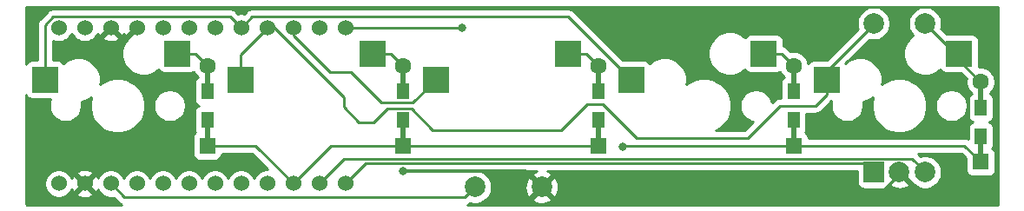
<source format=gbl>
%TF.GenerationSoftware,KiCad,Pcbnew,(5.1.10)-1*%
%TF.CreationDate,2021-09-25T16:03:37+01:00*%
%TF.ProjectId,piccolo-mini,70696363-6f6c-46f2-9d6d-696e692e6b69,rev?*%
%TF.SameCoordinates,Original*%
%TF.FileFunction,Copper,L2,Bot*%
%TF.FilePolarity,Positive*%
%FSLAX46Y46*%
G04 Gerber Fmt 4.6, Leading zero omitted, Abs format (unit mm)*
G04 Created by KiCad (PCBNEW (5.1.10)-1) date 2021-09-25 16:03:37*
%MOMM*%
%LPD*%
G01*
G04 APERTURE LIST*
%TA.AperFunction,ComponentPad*%
%ADD10C,1.524000*%
%TD*%
%TA.AperFunction,ComponentPad*%
%ADD11R,2.000000X2.000000*%
%TD*%
%TA.AperFunction,ComponentPad*%
%ADD12C,2.000000*%
%TD*%
%TA.AperFunction,SMDPad,CuDef*%
%ADD13R,2.550000X2.500000*%
%TD*%
%TA.AperFunction,ComponentPad*%
%ADD14R,1.600000X1.600000*%
%TD*%
%TA.AperFunction,ComponentPad*%
%ADD15C,1.600000*%
%TD*%
%TA.AperFunction,SMDPad,CuDef*%
%ADD16R,0.500000X2.900000*%
%TD*%
%TA.AperFunction,SMDPad,CuDef*%
%ADD17R,1.200000X1.600000*%
%TD*%
%TA.AperFunction,ViaPad*%
%ADD18C,0.800000*%
%TD*%
%TA.AperFunction,Conductor*%
%ADD19C,0.250000*%
%TD*%
%TA.AperFunction,Conductor*%
%ADD20C,0.380000*%
%TD*%
%TA.AperFunction,Conductor*%
%ADD21C,0.254000*%
%TD*%
%TA.AperFunction,Conductor*%
%ADD22C,0.100000*%
%TD*%
G04 APERTURE END LIST*
D10*
%TO.P,U1,24*%
%TO.N,Net-(U1-Pad24)*%
X137953750Y-96381600D03*
%TO.P,U1,23*%
%TO.N,GND*%
X140493750Y-96381600D03*
%TO.P,U1,22*%
%TO.N,Reset*%
X143033750Y-96381600D03*
%TO.P,U1,21*%
%TO.N,VCC*%
X145573750Y-96381600D03*
%TO.P,U1,20*%
%TO.N,Net-(U1-Pad20)*%
X148113750Y-96381600D03*
%TO.P,U1,19*%
%TO.N,Net-(U1-Pad19)*%
X150653750Y-96381600D03*
%TO.P,U1,18*%
%TO.N,Net-(U1-Pad18)*%
X153193750Y-96381600D03*
%TO.P,U1,17*%
%TO.N,Net-(U1-Pad17)*%
X155733750Y-96381600D03*
%TO.P,U1,16*%
%TO.N,Net-(U1-Pad16)*%
X158273750Y-96381600D03*
%TO.P,U1,15*%
%TO.N,row0*%
X160813750Y-96381600D03*
%TO.P,U1,14*%
%TO.N,EncoderB*%
X163353750Y-96381600D03*
%TO.P,U1,13*%
%TO.N,EncoderA*%
X165893750Y-96381600D03*
%TO.P,U1,12*%
%TO.N,row1*%
X165893750Y-81161600D03*
%TO.P,U1,11*%
%TO.N,Net-(U1-Pad11)*%
X163353750Y-81161600D03*
%TO.P,U1,10*%
%TO.N,col2*%
X160813750Y-81161600D03*
%TO.P,U1,9*%
%TO.N,col1*%
X158273750Y-81161600D03*
%TO.P,U1,8*%
%TO.N,col0*%
X155733750Y-81161600D03*
%TO.P,U1,7*%
%TO.N,Net-(U1-Pad7)*%
X153193750Y-81161600D03*
%TO.P,U1,6*%
%TO.N,Net-(U1-Pad6)*%
X150653750Y-81161600D03*
%TO.P,U1,5*%
%TO.N,Net-(U1-Pad5)*%
X148113750Y-81161600D03*
%TO.P,U1,4*%
%TO.N,GND*%
X145573750Y-81161600D03*
%TO.P,U1,3*%
X143033750Y-81161600D03*
%TO.P,U1,2*%
%TO.N,Net-(U1-Pad2)*%
X140493750Y-81161600D03*
%TO.P,U1,1*%
%TO.N,Net-(U1-Pad1)*%
X137953750Y-81161600D03*
%TD*%
D11*
%TO.P,SW2,A*%
%TO.N,EncoderA*%
X217400500Y-95257000D03*
D12*
%TO.P,SW2,C*%
%TO.N,GND*%
X219900500Y-95257000D03*
%TO.P,SW2,B*%
%TO.N,EncoderB*%
X222400500Y-95257000D03*
%TO.P,SW2,S2*%
%TO.N,col1*%
X217400500Y-80757000D03*
%TO.P,SW2,S1*%
%TO.N,Net-(D5-Pad2)*%
X222400500Y-80757000D03*
%TD*%
%TO.P,SW1,2*%
%TO.N,GND*%
X185050500Y-96710500D03*
%TO.P,SW1,1*%
%TO.N,Reset*%
X178550500Y-96710500D03*
%TD*%
D13*
%TO.P,MX5,2*%
%TO.N,Net-(D5-Pad2)*%
X225742500Y-83693000D03*
%TO.P,MX5,1*%
%TO.N,col1*%
X212815500Y-86233000D03*
%TD*%
%TO.P,MX4,2*%
%TO.N,Net-(D4-Pad2)*%
X206692500Y-83693000D03*
%TO.P,MX4,1*%
%TO.N,col0*%
X193765500Y-86233000D03*
%TD*%
%TO.P,MX3,2*%
%TO.N,Net-(D3-Pad2)*%
X187642500Y-83693000D03*
%TO.P,MX3,1*%
%TO.N,col2*%
X174715500Y-86233000D03*
%TD*%
%TO.P,MX2,2*%
%TO.N,Net-(D2-Pad2)*%
X168592500Y-83693000D03*
%TO.P,MX2,1*%
%TO.N,col1*%
X155665500Y-86233000D03*
%TD*%
%TO.P,MX1,2*%
%TO.N,Net-(D1-Pad2)*%
X149542500Y-83693000D03*
%TO.P,MX1,1*%
%TO.N,col0*%
X136615500Y-86233000D03*
%TD*%
D14*
%TO.P,D5,1*%
%TO.N,row1*%
X227838000Y-94260500D03*
D15*
%TO.P,D5,2*%
%TO.N,Net-(D5-Pad2)*%
X227838000Y-86460500D03*
D16*
%TO.P,D5,1*%
%TO.N,row1*%
X227838000Y-92860500D03*
D17*
X227838000Y-91760500D03*
%TO.P,D5,2*%
%TO.N,Net-(D5-Pad2)*%
X227838000Y-88960500D03*
D16*
X227838000Y-87860500D03*
%TD*%
D14*
%TO.P,D4,1*%
%TO.N,row1*%
X209581750Y-92673000D03*
D15*
%TO.P,D4,2*%
%TO.N,Net-(D4-Pad2)*%
X209581750Y-84873000D03*
D16*
%TO.P,D4,1*%
%TO.N,row1*%
X209581750Y-91273000D03*
D17*
X209581750Y-90173000D03*
%TO.P,D4,2*%
%TO.N,Net-(D4-Pad2)*%
X209581750Y-87373000D03*
D16*
X209581750Y-86273000D03*
%TD*%
D14*
%TO.P,D3,1*%
%TO.N,row0*%
X190531750Y-92673000D03*
D15*
%TO.P,D3,2*%
%TO.N,Net-(D3-Pad2)*%
X190531750Y-84873000D03*
D16*
%TO.P,D3,1*%
%TO.N,row0*%
X190531750Y-91273000D03*
D17*
X190531750Y-90173000D03*
%TO.P,D3,2*%
%TO.N,Net-(D3-Pad2)*%
X190531750Y-87373000D03*
D16*
X190531750Y-86273000D03*
%TD*%
D14*
%TO.P,D2,1*%
%TO.N,row0*%
X171481750Y-92673000D03*
D15*
%TO.P,D2,2*%
%TO.N,Net-(D2-Pad2)*%
X171481750Y-84873000D03*
D16*
%TO.P,D2,1*%
%TO.N,row0*%
X171481750Y-91273000D03*
D17*
X171481750Y-90173000D03*
%TO.P,D2,2*%
%TO.N,Net-(D2-Pad2)*%
X171481750Y-87373000D03*
D16*
X171481750Y-86273000D03*
%TD*%
D14*
%TO.P,D1,1*%
%TO.N,row0*%
X152431750Y-92673000D03*
D15*
%TO.P,D1,2*%
%TO.N,Net-(D1-Pad2)*%
X152431750Y-84873000D03*
D16*
%TO.P,D1,1*%
%TO.N,row0*%
X152431750Y-91273000D03*
D17*
X152431750Y-90173000D03*
%TO.P,D1,2*%
%TO.N,Net-(D1-Pad2)*%
X152431750Y-87373000D03*
D16*
X152431750Y-86273000D03*
%TD*%
D18*
%TO.N,row1*%
X192913000Y-92741750D03*
X177292000Y-81153000D03*
%TO.N,GND*%
X171481750Y-95123000D03*
%TD*%
D19*
%TO.N,Net-(D1-Pad2)*%
X151251750Y-83693000D02*
X152431750Y-84873000D01*
X149542500Y-83693000D02*
X151251750Y-83693000D01*
%TO.N,row0*%
X171481750Y-92673000D02*
X190531750Y-92673000D01*
X157105150Y-92673000D02*
X152431750Y-92673000D01*
X160813750Y-96381600D02*
X157105150Y-92673000D01*
X164522350Y-92673000D02*
X160813750Y-96381600D01*
X171481750Y-92673000D02*
X164522350Y-92673000D01*
%TO.N,Net-(D2-Pad2)*%
X170301750Y-83693000D02*
X171481750Y-84873000D01*
X168592500Y-83693000D02*
X170301750Y-83693000D01*
%TO.N,Net-(D3-Pad2)*%
X189351750Y-83693000D02*
X190531750Y-84873000D01*
X187642500Y-83693000D02*
X189351750Y-83693000D01*
%TO.N,Net-(D4-Pad2)*%
X208401750Y-83693000D02*
X209581750Y-84873000D01*
X206692500Y-83693000D02*
X208401750Y-83693000D01*
%TO.N,row1*%
X226250500Y-92673000D02*
X227838000Y-94260500D01*
X209581750Y-92673000D02*
X226250500Y-92673000D01*
X192981750Y-92673000D02*
X192913000Y-92741750D01*
X209581750Y-92673000D02*
X192981750Y-92673000D01*
X165902350Y-81153000D02*
X165893750Y-81161600D01*
X177292000Y-81153000D02*
X165902350Y-81153000D01*
%TO.N,Net-(D5-Pad2)*%
X225742500Y-84365000D02*
X225742500Y-83693000D01*
X227838000Y-86460500D02*
X225742500Y-84365000D01*
X225336500Y-83693000D02*
X225742500Y-83693000D01*
X222400500Y-80757000D02*
X225336500Y-83693000D01*
%TO.N,col0*%
X156820751Y-80074599D02*
X155733750Y-81161600D01*
X187607099Y-80074599D02*
X156820751Y-80074599D01*
X193765500Y-86233000D02*
X187607099Y-80074599D01*
X154646749Y-80074599D02*
X155733750Y-81161600D01*
X137431989Y-80074599D02*
X154646749Y-80074599D01*
X136615500Y-80891088D02*
X137431989Y-80074599D01*
X136615500Y-86233000D02*
X136615500Y-80891088D01*
%TO.N,col1*%
X155665500Y-83769850D02*
X158273750Y-81161600D01*
X155665500Y-86233000D02*
X155665500Y-83769850D01*
X158960351Y-81161600D02*
X158273750Y-81161600D01*
X165735000Y-87936249D02*
X158960351Y-81161600D01*
X165735000Y-88922751D02*
X165735000Y-87936249D01*
X167236249Y-90424000D02*
X165735000Y-88922751D01*
X186941250Y-91148001D02*
X174441753Y-91148001D01*
X212815500Y-87733000D02*
X211775500Y-88773000D01*
X169991252Y-89047999D02*
X168615251Y-90424000D01*
X172341751Y-89047999D02*
X169991252Y-89047999D01*
X208280000Y-88773000D02*
X205105000Y-91948000D01*
X190989752Y-88646000D02*
X189443251Y-88646000D01*
X205105000Y-91948000D02*
X194291752Y-91948000D01*
X211775500Y-88773000D02*
X208280000Y-88773000D01*
X189443251Y-88646000D02*
X186941250Y-91148001D01*
X194291752Y-91948000D02*
X190989752Y-88646000D01*
X212815500Y-86233000D02*
X212815500Y-87733000D01*
X174441753Y-91148001D02*
X172341751Y-89047999D01*
X168615251Y-90424000D02*
X167236249Y-90424000D01*
X212815500Y-85405500D02*
X212815500Y-86233000D01*
X217464000Y-80757000D02*
X212815500Y-85405500D01*
%TO.N,col2*%
X160813750Y-81917252D02*
X160813750Y-81161600D01*
X164414499Y-85518001D02*
X160813750Y-81917252D01*
X166462503Y-85518001D02*
X164414499Y-85518001D01*
X169442503Y-88498001D02*
X166462503Y-85518001D01*
X172450499Y-88498001D02*
X169442503Y-88498001D01*
X174715500Y-86233000D02*
X172450499Y-88498001D01*
D20*
%TO.N,GND*%
X219964000Y-95459002D02*
X219964000Y-95257000D01*
X217918752Y-97504250D02*
X219964000Y-95459002D01*
X183463000Y-95123000D02*
X185050500Y-96710500D01*
X171481750Y-95123000D02*
X183463000Y-95123000D01*
D19*
%TO.N,Reset*%
X177550501Y-97710499D02*
X178550500Y-96710500D01*
X144362649Y-97710499D02*
X177550501Y-97710499D01*
X143033750Y-96381600D02*
X144362649Y-97710499D01*
%TO.N,EncoderA*%
X167877351Y-94397999D02*
X165893750Y-96381600D01*
X216604999Y-94397999D02*
X167877351Y-94397999D01*
X217464000Y-95257000D02*
X216604999Y-94397999D01*
%TO.N,EncoderB*%
X221138999Y-93931999D02*
X222464000Y-95257000D01*
X165803351Y-93931999D02*
X221138999Y-93931999D01*
X163353750Y-96381600D02*
X165803351Y-93931999D01*
%TD*%
D21*
%TO.N,GND*%
X229450862Y-79119902D02*
X229475263Y-79127269D01*
X229497765Y-79139233D01*
X229517514Y-79155341D01*
X229533759Y-79174977D01*
X229545883Y-79197401D01*
X229553418Y-79221742D01*
X229559251Y-79277235D01*
X229559250Y-98265721D01*
X229553598Y-98323364D01*
X229546232Y-98347760D01*
X229534266Y-98370266D01*
X229518159Y-98390014D01*
X229498523Y-98406259D01*
X229476099Y-98418383D01*
X229451758Y-98425918D01*
X229396275Y-98431750D01*
X177790975Y-98431750D01*
X177842748Y-98416045D01*
X177974777Y-98345473D01*
X178058779Y-98276534D01*
X178073588Y-98282668D01*
X178389467Y-98345500D01*
X178711533Y-98345500D01*
X179027412Y-98282668D01*
X179324963Y-98159418D01*
X179592752Y-97980487D01*
X179727326Y-97845913D01*
X184094692Y-97845913D01*
X184190456Y-98110314D01*
X184480071Y-98251204D01*
X184791608Y-98332884D01*
X185113095Y-98352218D01*
X185432175Y-98308461D01*
X185736588Y-98203295D01*
X185910544Y-98110314D01*
X186006308Y-97845913D01*
X185050500Y-96890105D01*
X184094692Y-97845913D01*
X179727326Y-97845913D01*
X179820487Y-97752752D01*
X179999418Y-97484963D01*
X180122668Y-97187412D01*
X180185500Y-96871533D01*
X180185500Y-96773095D01*
X183408782Y-96773095D01*
X183452539Y-97092175D01*
X183557705Y-97396588D01*
X183650686Y-97570544D01*
X183915087Y-97666308D01*
X184870895Y-96710500D01*
X185230105Y-96710500D01*
X186185913Y-97666308D01*
X186450314Y-97570544D01*
X186591204Y-97280929D01*
X186672884Y-96969392D01*
X186692218Y-96647905D01*
X186648461Y-96328825D01*
X186543295Y-96024412D01*
X186450314Y-95850456D01*
X186185913Y-95754692D01*
X185230105Y-96710500D01*
X184870895Y-96710500D01*
X183915087Y-95754692D01*
X183650686Y-95850456D01*
X183509796Y-96140071D01*
X183428116Y-96451608D01*
X183408782Y-96773095D01*
X180185500Y-96773095D01*
X180185500Y-96549467D01*
X180122668Y-96233588D01*
X179999418Y-95936037D01*
X179820487Y-95668248D01*
X179592752Y-95440513D01*
X179324963Y-95261582D01*
X179074892Y-95157999D01*
X184537237Y-95157999D01*
X184364412Y-95217705D01*
X184190456Y-95310686D01*
X184094692Y-95575087D01*
X185050500Y-96530895D01*
X186006308Y-95575087D01*
X185910544Y-95310686D01*
X185620929Y-95169796D01*
X185575934Y-95157999D01*
X215762428Y-95157999D01*
X215762428Y-96257000D01*
X215774688Y-96381482D01*
X215810998Y-96501180D01*
X215869963Y-96611494D01*
X215949315Y-96708185D01*
X216046006Y-96787537D01*
X216156320Y-96846502D01*
X216276018Y-96882812D01*
X216400500Y-96895072D01*
X218400500Y-96895072D01*
X218524982Y-96882812D01*
X218644680Y-96846502D01*
X218754994Y-96787537D01*
X218851685Y-96708185D01*
X218931037Y-96611494D01*
X218986476Y-96507777D01*
X219040456Y-96656814D01*
X219330071Y-96797704D01*
X219641608Y-96879384D01*
X219963095Y-96898718D01*
X220282175Y-96854961D01*
X220586588Y-96749795D01*
X220760544Y-96656814D01*
X220856308Y-96392413D01*
X219900500Y-95436605D01*
X219886358Y-95450748D01*
X219706753Y-95271143D01*
X219720895Y-95257000D01*
X219706753Y-95242858D01*
X219886358Y-95063253D01*
X219900500Y-95077395D01*
X219914643Y-95063253D01*
X220094248Y-95242858D01*
X220080105Y-95257000D01*
X221035913Y-96212808D01*
X221065575Y-96202065D01*
X221130513Y-96299252D01*
X221358248Y-96526987D01*
X221626037Y-96705918D01*
X221923588Y-96829168D01*
X222239467Y-96892000D01*
X222561533Y-96892000D01*
X222877412Y-96829168D01*
X223174963Y-96705918D01*
X223442752Y-96526987D01*
X223670487Y-96299252D01*
X223849418Y-96031463D01*
X223972668Y-95733912D01*
X224035500Y-95418033D01*
X224035500Y-95095967D01*
X223972668Y-94780088D01*
X223849418Y-94482537D01*
X223670487Y-94214748D01*
X223442752Y-93987013D01*
X223174963Y-93808082D01*
X222877412Y-93684832D01*
X222561533Y-93622000D01*
X222239467Y-93622000D01*
X221959492Y-93677690D01*
X221714801Y-93433000D01*
X225935699Y-93433000D01*
X226399928Y-93897229D01*
X226399928Y-95060500D01*
X226412188Y-95184982D01*
X226448498Y-95304680D01*
X226507463Y-95414994D01*
X226586815Y-95511685D01*
X226683506Y-95591037D01*
X226793820Y-95650002D01*
X226913518Y-95686312D01*
X227038000Y-95698572D01*
X228638000Y-95698572D01*
X228762482Y-95686312D01*
X228882180Y-95650002D01*
X228992494Y-95591037D01*
X229089185Y-95511685D01*
X229168537Y-95414994D01*
X229227502Y-95304680D01*
X229263812Y-95184982D01*
X229276072Y-95060500D01*
X229276072Y-93460500D01*
X229263812Y-93336018D01*
X229227502Y-93216320D01*
X229168537Y-93106006D01*
X229089185Y-93009315D01*
X228992494Y-92929963D01*
X228967303Y-92916498D01*
X228968537Y-92914994D01*
X229027502Y-92804680D01*
X229063812Y-92684982D01*
X229076072Y-92560500D01*
X229076072Y-90960500D01*
X229063812Y-90836018D01*
X229027502Y-90716320D01*
X228968537Y-90606006D01*
X228889185Y-90509315D01*
X228792494Y-90429963D01*
X228682180Y-90370998D01*
X228647573Y-90360500D01*
X228682180Y-90350002D01*
X228792494Y-90291037D01*
X228889185Y-90211685D01*
X228968537Y-90114994D01*
X229027502Y-90004680D01*
X229063812Y-89884982D01*
X229076072Y-89760500D01*
X229076072Y-88160500D01*
X229063812Y-88036018D01*
X229027502Y-87916320D01*
X228968537Y-87806006D01*
X228889185Y-87709315D01*
X228792494Y-87629963D01*
X228726072Y-87594459D01*
X228726072Y-87592969D01*
X228752759Y-87575137D01*
X228952637Y-87375259D01*
X229109680Y-87140227D01*
X229217853Y-86879074D01*
X229273000Y-86601835D01*
X229273000Y-86319165D01*
X229217853Y-86041926D01*
X229109680Y-85780773D01*
X228952637Y-85545741D01*
X228752759Y-85345863D01*
X228517727Y-85188820D01*
X228256574Y-85080647D01*
X227979335Y-85025500D01*
X227696665Y-85025500D01*
X227646463Y-85035486D01*
X227655572Y-84943000D01*
X227655572Y-82443000D01*
X227643312Y-82318518D01*
X227607002Y-82198820D01*
X227548037Y-82088506D01*
X227468685Y-81991815D01*
X227371994Y-81912463D01*
X227261680Y-81853498D01*
X227141982Y-81817188D01*
X227017500Y-81804928D01*
X224523230Y-81804928D01*
X223966677Y-81248376D01*
X223972668Y-81233912D01*
X224035500Y-80918033D01*
X224035500Y-80595967D01*
X223972668Y-80280088D01*
X223849418Y-79982537D01*
X223670487Y-79714748D01*
X223442752Y-79487013D01*
X223174963Y-79308082D01*
X222877412Y-79184832D01*
X222561533Y-79122000D01*
X222239467Y-79122000D01*
X221923588Y-79184832D01*
X221626037Y-79308082D01*
X221358248Y-79487013D01*
X221130513Y-79714748D01*
X220951582Y-79982537D01*
X220828332Y-80280088D01*
X220765500Y-80595967D01*
X220765500Y-80918033D01*
X220828332Y-81233912D01*
X220951582Y-81531463D01*
X221130513Y-81799252D01*
X221251190Y-81919929D01*
X221079517Y-82034637D01*
X220782137Y-82332017D01*
X220548488Y-82681698D01*
X220387547Y-83070244D01*
X220305500Y-83482721D01*
X220305500Y-83903279D01*
X220387547Y-84315756D01*
X220548488Y-84704302D01*
X220782137Y-85053983D01*
X221079517Y-85351363D01*
X221429198Y-85585012D01*
X221817744Y-85745953D01*
X222230221Y-85828000D01*
X222650779Y-85828000D01*
X223063256Y-85745953D01*
X223451802Y-85585012D01*
X223801483Y-85351363D01*
X223908535Y-85244311D01*
X223936963Y-85297494D01*
X224016315Y-85394185D01*
X224113006Y-85473537D01*
X224223320Y-85532502D01*
X224343018Y-85568812D01*
X224467500Y-85581072D01*
X225883771Y-85581072D01*
X226439312Y-86136614D01*
X226403000Y-86319165D01*
X226403000Y-86601835D01*
X226458147Y-86879074D01*
X226566320Y-87140227D01*
X226723363Y-87375259D01*
X226923241Y-87575137D01*
X226949928Y-87592969D01*
X226949928Y-87594459D01*
X226883506Y-87629963D01*
X226786815Y-87709315D01*
X226707463Y-87806006D01*
X226648498Y-87916320D01*
X226612188Y-88036018D01*
X226599928Y-88160500D01*
X226599928Y-89760500D01*
X226612188Y-89884982D01*
X226648498Y-90004680D01*
X226707463Y-90114994D01*
X226786815Y-90211685D01*
X226883506Y-90291037D01*
X226993820Y-90350002D01*
X227028427Y-90360500D01*
X226993820Y-90370998D01*
X226883506Y-90429963D01*
X226786815Y-90509315D01*
X226707463Y-90606006D01*
X226648498Y-90716320D01*
X226612188Y-90836018D01*
X226599928Y-90960500D01*
X226599928Y-91998018D01*
X226542747Y-91967454D01*
X226399486Y-91923997D01*
X226287833Y-91913000D01*
X226287822Y-91913000D01*
X226250500Y-91909324D01*
X226213178Y-91913000D01*
X211019822Y-91913000D01*
X211019822Y-91873000D01*
X211007562Y-91748518D01*
X210971252Y-91628820D01*
X210912287Y-91518506D01*
X210832935Y-91421815D01*
X210736244Y-91342463D01*
X210711053Y-91328998D01*
X210712287Y-91327494D01*
X210771252Y-91217180D01*
X210807562Y-91097482D01*
X210819822Y-90973000D01*
X210819822Y-89533000D01*
X211738178Y-89533000D01*
X211775500Y-89536676D01*
X211812822Y-89533000D01*
X211812833Y-89533000D01*
X211924486Y-89522003D01*
X212067747Y-89478546D01*
X212199776Y-89407974D01*
X212315501Y-89313001D01*
X212339304Y-89283998D01*
X213292384Y-88330918D01*
X213235500Y-88616891D01*
X213235500Y-88929109D01*
X213296411Y-89235327D01*
X213415891Y-89523779D01*
X213589350Y-89783379D01*
X213810121Y-90004150D01*
X214069721Y-90177609D01*
X214358173Y-90297089D01*
X214664391Y-90358000D01*
X214976609Y-90358000D01*
X215282827Y-90297089D01*
X215571279Y-90177609D01*
X215830879Y-90004150D01*
X216051650Y-89783379D01*
X216225109Y-89523779D01*
X216344589Y-89235327D01*
X216405500Y-88929109D01*
X216405500Y-88616891D01*
X216353891Y-88357435D01*
X216713256Y-88285953D01*
X217101802Y-88125012D01*
X217324248Y-87976378D01*
X217318683Y-87989814D01*
X217215500Y-88508551D01*
X217215500Y-89037449D01*
X217318683Y-89556186D01*
X217521083Y-90044825D01*
X217814924Y-90484588D01*
X218188912Y-90858576D01*
X218628675Y-91152417D01*
X219117314Y-91354817D01*
X219636051Y-91458000D01*
X220164949Y-91458000D01*
X220683686Y-91354817D01*
X221172325Y-91152417D01*
X221612088Y-90858576D01*
X221986076Y-90484588D01*
X222279917Y-90044825D01*
X222482317Y-89556186D01*
X222585500Y-89037449D01*
X222585500Y-88616891D01*
X223395500Y-88616891D01*
X223395500Y-88929109D01*
X223456411Y-89235327D01*
X223575891Y-89523779D01*
X223749350Y-89783379D01*
X223970121Y-90004150D01*
X224229721Y-90177609D01*
X224518173Y-90297089D01*
X224824391Y-90358000D01*
X225136609Y-90358000D01*
X225442827Y-90297089D01*
X225731279Y-90177609D01*
X225990879Y-90004150D01*
X226211650Y-89783379D01*
X226385109Y-89523779D01*
X226504589Y-89235327D01*
X226565500Y-88929109D01*
X226565500Y-88616891D01*
X226504589Y-88310673D01*
X226385109Y-88022221D01*
X226211650Y-87762621D01*
X225990879Y-87541850D01*
X225731279Y-87368391D01*
X225442827Y-87248911D01*
X225136609Y-87188000D01*
X224824391Y-87188000D01*
X224518173Y-87248911D01*
X224229721Y-87368391D01*
X223970121Y-87541850D01*
X223749350Y-87762621D01*
X223575891Y-88022221D01*
X223456411Y-88310673D01*
X223395500Y-88616891D01*
X222585500Y-88616891D01*
X222585500Y-88508551D01*
X222482317Y-87989814D01*
X222279917Y-87501175D01*
X221986076Y-87061412D01*
X221612088Y-86687424D01*
X221172325Y-86393583D01*
X220683686Y-86191183D01*
X220164949Y-86088000D01*
X219636051Y-86088000D01*
X219117314Y-86191183D01*
X218628675Y-86393583D01*
X218188912Y-86687424D01*
X218173963Y-86702373D01*
X218225500Y-86443279D01*
X218225500Y-86022721D01*
X218143453Y-85610244D01*
X217982512Y-85221698D01*
X217748863Y-84872017D01*
X217451483Y-84574637D01*
X217101802Y-84340988D01*
X216713256Y-84180047D01*
X216300779Y-84098000D01*
X215880221Y-84098000D01*
X215467744Y-84180047D01*
X215079198Y-84340988D01*
X214729517Y-84574637D01*
X214640060Y-84664094D01*
X214637150Y-84658651D01*
X216959492Y-82336310D01*
X217239467Y-82392000D01*
X217561533Y-82392000D01*
X217877412Y-82329168D01*
X218174963Y-82205918D01*
X218442752Y-82026987D01*
X218670487Y-81799252D01*
X218849418Y-81531463D01*
X218972668Y-81233912D01*
X219035500Y-80918033D01*
X219035500Y-80595967D01*
X218972668Y-80280088D01*
X218849418Y-79982537D01*
X218670487Y-79714748D01*
X218442752Y-79487013D01*
X218174963Y-79308082D01*
X217877412Y-79184832D01*
X217561533Y-79122000D01*
X217239467Y-79122000D01*
X216923588Y-79184832D01*
X216626037Y-79308082D01*
X216358248Y-79487013D01*
X216130513Y-79714748D01*
X215951582Y-79982537D01*
X215828332Y-80280088D01*
X215765500Y-80595967D01*
X215765500Y-80918033D01*
X215828332Y-81233912D01*
X215852922Y-81293277D01*
X212801271Y-84344928D01*
X211540500Y-84344928D01*
X211416018Y-84357188D01*
X211296320Y-84393498D01*
X211186006Y-84452463D01*
X211089315Y-84531815D01*
X211009963Y-84628506D01*
X210999955Y-84647230D01*
X210961603Y-84454426D01*
X210853430Y-84193273D01*
X210696387Y-83958241D01*
X210496509Y-83758363D01*
X210261477Y-83601320D01*
X210000324Y-83493147D01*
X209723085Y-83438000D01*
X209440415Y-83438000D01*
X209257864Y-83474312D01*
X208965554Y-83182003D01*
X208941751Y-83152999D01*
X208826026Y-83058026D01*
X208693997Y-82987454D01*
X208605572Y-82960631D01*
X208605572Y-82443000D01*
X208593312Y-82318518D01*
X208557002Y-82198820D01*
X208498037Y-82088506D01*
X208418685Y-81991815D01*
X208321994Y-81912463D01*
X208211680Y-81853498D01*
X208091982Y-81817188D01*
X207967500Y-81804928D01*
X205417500Y-81804928D01*
X205293018Y-81817188D01*
X205173320Y-81853498D01*
X205063006Y-81912463D01*
X204966315Y-81991815D01*
X204886963Y-82088506D01*
X204858535Y-82141689D01*
X204751483Y-82034637D01*
X204401802Y-81800988D01*
X204013256Y-81640047D01*
X203600779Y-81558000D01*
X203180221Y-81558000D01*
X202767744Y-81640047D01*
X202379198Y-81800988D01*
X202029517Y-82034637D01*
X201732137Y-82332017D01*
X201498488Y-82681698D01*
X201337547Y-83070244D01*
X201255500Y-83482721D01*
X201255500Y-83903279D01*
X201337547Y-84315756D01*
X201498488Y-84704302D01*
X201732137Y-85053983D01*
X202029517Y-85351363D01*
X202379198Y-85585012D01*
X202767744Y-85745953D01*
X203180221Y-85828000D01*
X203600779Y-85828000D01*
X204013256Y-85745953D01*
X204401802Y-85585012D01*
X204751483Y-85351363D01*
X204858535Y-85244311D01*
X204886963Y-85297494D01*
X204966315Y-85394185D01*
X205063006Y-85473537D01*
X205173320Y-85532502D01*
X205293018Y-85568812D01*
X205417500Y-85581072D01*
X207967500Y-85581072D01*
X208091982Y-85568812D01*
X208211680Y-85532502D01*
X208285376Y-85493110D01*
X208310070Y-85552727D01*
X208467113Y-85787759D01*
X208666991Y-85987637D01*
X208693678Y-86005469D01*
X208693678Y-86006959D01*
X208627256Y-86042463D01*
X208530565Y-86121815D01*
X208451213Y-86218506D01*
X208392248Y-86328820D01*
X208355938Y-86448518D01*
X208343678Y-86573000D01*
X208343678Y-88013000D01*
X208317322Y-88013000D01*
X208279999Y-88009324D01*
X208242676Y-88013000D01*
X208242667Y-88013000D01*
X208131014Y-88023997D01*
X207987753Y-88067454D01*
X207855723Y-88138026D01*
X207828339Y-88160500D01*
X207739999Y-88232999D01*
X207716201Y-88261997D01*
X207489918Y-88488280D01*
X207454589Y-88310673D01*
X207335109Y-88022221D01*
X207161650Y-87762621D01*
X206940879Y-87541850D01*
X206681279Y-87368391D01*
X206392827Y-87248911D01*
X206086609Y-87188000D01*
X205774391Y-87188000D01*
X205468173Y-87248911D01*
X205179721Y-87368391D01*
X204920121Y-87541850D01*
X204699350Y-87762621D01*
X204525891Y-88022221D01*
X204406411Y-88310673D01*
X204345500Y-88616891D01*
X204345500Y-88929109D01*
X204406411Y-89235327D01*
X204525891Y-89523779D01*
X204699350Y-89783379D01*
X204920121Y-90004150D01*
X205179721Y-90177609D01*
X205468173Y-90297089D01*
X205645781Y-90332418D01*
X204790199Y-91188000D01*
X202036420Y-91188000D01*
X202122325Y-91152417D01*
X202562088Y-90858576D01*
X202936076Y-90484588D01*
X203229917Y-90044825D01*
X203432317Y-89556186D01*
X203535500Y-89037449D01*
X203535500Y-88508551D01*
X203432317Y-87989814D01*
X203229917Y-87501175D01*
X202936076Y-87061412D01*
X202562088Y-86687424D01*
X202122325Y-86393583D01*
X201633686Y-86191183D01*
X201114949Y-86088000D01*
X200586051Y-86088000D01*
X200067314Y-86191183D01*
X199578675Y-86393583D01*
X199138912Y-86687424D01*
X199123963Y-86702373D01*
X199175500Y-86443279D01*
X199175500Y-86022721D01*
X199093453Y-85610244D01*
X198932512Y-85221698D01*
X198698863Y-84872017D01*
X198401483Y-84574637D01*
X198051802Y-84340988D01*
X197663256Y-84180047D01*
X197250779Y-84098000D01*
X196830221Y-84098000D01*
X196417744Y-84180047D01*
X196029198Y-84340988D01*
X195679517Y-84574637D01*
X195590060Y-84664094D01*
X195571037Y-84628506D01*
X195491685Y-84531815D01*
X195394994Y-84452463D01*
X195284680Y-84393498D01*
X195164982Y-84357188D01*
X195040500Y-84344928D01*
X192952230Y-84344928D01*
X188170903Y-79563602D01*
X188147100Y-79534598D01*
X188031375Y-79439625D01*
X187899346Y-79369053D01*
X187756085Y-79325596D01*
X187644432Y-79314599D01*
X187644421Y-79314599D01*
X187607099Y-79310923D01*
X187569777Y-79314599D01*
X156858084Y-79314599D01*
X156820751Y-79310922D01*
X156783418Y-79314599D01*
X156671765Y-79325596D01*
X156528504Y-79369053D01*
X156396475Y-79439625D01*
X156280750Y-79534598D01*
X156256952Y-79563596D01*
X156025320Y-79795228D01*
X155871342Y-79764600D01*
X155596158Y-79764600D01*
X155442179Y-79795228D01*
X155210553Y-79563601D01*
X155186750Y-79534598D01*
X155071025Y-79439625D01*
X154938996Y-79369053D01*
X154795735Y-79325596D01*
X154684082Y-79314599D01*
X154684071Y-79314599D01*
X154646749Y-79310923D01*
X154609427Y-79314599D01*
X137469312Y-79314599D01*
X137431989Y-79310923D01*
X137394666Y-79314599D01*
X137394656Y-79314599D01*
X137283003Y-79325596D01*
X137139742Y-79369053D01*
X137007713Y-79439625D01*
X136891988Y-79534598D01*
X136868190Y-79563597D01*
X136104498Y-80327289D01*
X136075500Y-80351087D01*
X136051702Y-80380085D01*
X136051701Y-80380086D01*
X135980526Y-80466812D01*
X135909954Y-80598842D01*
X135881803Y-80691648D01*
X135867948Y-80737324D01*
X135866498Y-80742103D01*
X135851824Y-80891088D01*
X135855501Y-80928420D01*
X135855500Y-84344928D01*
X135340500Y-84344928D01*
X135216018Y-84357188D01*
X135096320Y-84393498D01*
X134986006Y-84452463D01*
X134889315Y-84531815D01*
X134809963Y-84628506D01*
X134750998Y-84738820D01*
X134740250Y-84774251D01*
X134740250Y-79280279D01*
X134745902Y-79222638D01*
X134753269Y-79198237D01*
X134765233Y-79175735D01*
X134781341Y-79155986D01*
X134800977Y-79139741D01*
X134823401Y-79127617D01*
X134847742Y-79120082D01*
X134903226Y-79114250D01*
X229393221Y-79114250D01*
X229450862Y-79119902D01*
%TA.AperFunction,Conductor*%
D22*
G36*
X229450862Y-79119902D02*
G01*
X229475263Y-79127269D01*
X229497765Y-79139233D01*
X229517514Y-79155341D01*
X229533759Y-79174977D01*
X229545883Y-79197401D01*
X229553418Y-79221742D01*
X229559251Y-79277235D01*
X229559250Y-98265721D01*
X229553598Y-98323364D01*
X229546232Y-98347760D01*
X229534266Y-98370266D01*
X229518159Y-98390014D01*
X229498523Y-98406259D01*
X229476099Y-98418383D01*
X229451758Y-98425918D01*
X229396275Y-98431750D01*
X177790975Y-98431750D01*
X177842748Y-98416045D01*
X177974777Y-98345473D01*
X178058779Y-98276534D01*
X178073588Y-98282668D01*
X178389467Y-98345500D01*
X178711533Y-98345500D01*
X179027412Y-98282668D01*
X179324963Y-98159418D01*
X179592752Y-97980487D01*
X179727326Y-97845913D01*
X184094692Y-97845913D01*
X184190456Y-98110314D01*
X184480071Y-98251204D01*
X184791608Y-98332884D01*
X185113095Y-98352218D01*
X185432175Y-98308461D01*
X185736588Y-98203295D01*
X185910544Y-98110314D01*
X186006308Y-97845913D01*
X185050500Y-96890105D01*
X184094692Y-97845913D01*
X179727326Y-97845913D01*
X179820487Y-97752752D01*
X179999418Y-97484963D01*
X180122668Y-97187412D01*
X180185500Y-96871533D01*
X180185500Y-96773095D01*
X183408782Y-96773095D01*
X183452539Y-97092175D01*
X183557705Y-97396588D01*
X183650686Y-97570544D01*
X183915087Y-97666308D01*
X184870895Y-96710500D01*
X185230105Y-96710500D01*
X186185913Y-97666308D01*
X186450314Y-97570544D01*
X186591204Y-97280929D01*
X186672884Y-96969392D01*
X186692218Y-96647905D01*
X186648461Y-96328825D01*
X186543295Y-96024412D01*
X186450314Y-95850456D01*
X186185913Y-95754692D01*
X185230105Y-96710500D01*
X184870895Y-96710500D01*
X183915087Y-95754692D01*
X183650686Y-95850456D01*
X183509796Y-96140071D01*
X183428116Y-96451608D01*
X183408782Y-96773095D01*
X180185500Y-96773095D01*
X180185500Y-96549467D01*
X180122668Y-96233588D01*
X179999418Y-95936037D01*
X179820487Y-95668248D01*
X179592752Y-95440513D01*
X179324963Y-95261582D01*
X179074892Y-95157999D01*
X184537237Y-95157999D01*
X184364412Y-95217705D01*
X184190456Y-95310686D01*
X184094692Y-95575087D01*
X185050500Y-96530895D01*
X186006308Y-95575087D01*
X185910544Y-95310686D01*
X185620929Y-95169796D01*
X185575934Y-95157999D01*
X215762428Y-95157999D01*
X215762428Y-96257000D01*
X215774688Y-96381482D01*
X215810998Y-96501180D01*
X215869963Y-96611494D01*
X215949315Y-96708185D01*
X216046006Y-96787537D01*
X216156320Y-96846502D01*
X216276018Y-96882812D01*
X216400500Y-96895072D01*
X218400500Y-96895072D01*
X218524982Y-96882812D01*
X218644680Y-96846502D01*
X218754994Y-96787537D01*
X218851685Y-96708185D01*
X218931037Y-96611494D01*
X218986476Y-96507777D01*
X219040456Y-96656814D01*
X219330071Y-96797704D01*
X219641608Y-96879384D01*
X219963095Y-96898718D01*
X220282175Y-96854961D01*
X220586588Y-96749795D01*
X220760544Y-96656814D01*
X220856308Y-96392413D01*
X219900500Y-95436605D01*
X219886358Y-95450748D01*
X219706753Y-95271143D01*
X219720895Y-95257000D01*
X219706753Y-95242858D01*
X219886358Y-95063253D01*
X219900500Y-95077395D01*
X219914643Y-95063253D01*
X220094248Y-95242858D01*
X220080105Y-95257000D01*
X221035913Y-96212808D01*
X221065575Y-96202065D01*
X221130513Y-96299252D01*
X221358248Y-96526987D01*
X221626037Y-96705918D01*
X221923588Y-96829168D01*
X222239467Y-96892000D01*
X222561533Y-96892000D01*
X222877412Y-96829168D01*
X223174963Y-96705918D01*
X223442752Y-96526987D01*
X223670487Y-96299252D01*
X223849418Y-96031463D01*
X223972668Y-95733912D01*
X224035500Y-95418033D01*
X224035500Y-95095967D01*
X223972668Y-94780088D01*
X223849418Y-94482537D01*
X223670487Y-94214748D01*
X223442752Y-93987013D01*
X223174963Y-93808082D01*
X222877412Y-93684832D01*
X222561533Y-93622000D01*
X222239467Y-93622000D01*
X221959492Y-93677690D01*
X221714801Y-93433000D01*
X225935699Y-93433000D01*
X226399928Y-93897229D01*
X226399928Y-95060500D01*
X226412188Y-95184982D01*
X226448498Y-95304680D01*
X226507463Y-95414994D01*
X226586815Y-95511685D01*
X226683506Y-95591037D01*
X226793820Y-95650002D01*
X226913518Y-95686312D01*
X227038000Y-95698572D01*
X228638000Y-95698572D01*
X228762482Y-95686312D01*
X228882180Y-95650002D01*
X228992494Y-95591037D01*
X229089185Y-95511685D01*
X229168537Y-95414994D01*
X229227502Y-95304680D01*
X229263812Y-95184982D01*
X229276072Y-95060500D01*
X229276072Y-93460500D01*
X229263812Y-93336018D01*
X229227502Y-93216320D01*
X229168537Y-93106006D01*
X229089185Y-93009315D01*
X228992494Y-92929963D01*
X228967303Y-92916498D01*
X228968537Y-92914994D01*
X229027502Y-92804680D01*
X229063812Y-92684982D01*
X229076072Y-92560500D01*
X229076072Y-90960500D01*
X229063812Y-90836018D01*
X229027502Y-90716320D01*
X228968537Y-90606006D01*
X228889185Y-90509315D01*
X228792494Y-90429963D01*
X228682180Y-90370998D01*
X228647573Y-90360500D01*
X228682180Y-90350002D01*
X228792494Y-90291037D01*
X228889185Y-90211685D01*
X228968537Y-90114994D01*
X229027502Y-90004680D01*
X229063812Y-89884982D01*
X229076072Y-89760500D01*
X229076072Y-88160500D01*
X229063812Y-88036018D01*
X229027502Y-87916320D01*
X228968537Y-87806006D01*
X228889185Y-87709315D01*
X228792494Y-87629963D01*
X228726072Y-87594459D01*
X228726072Y-87592969D01*
X228752759Y-87575137D01*
X228952637Y-87375259D01*
X229109680Y-87140227D01*
X229217853Y-86879074D01*
X229273000Y-86601835D01*
X229273000Y-86319165D01*
X229217853Y-86041926D01*
X229109680Y-85780773D01*
X228952637Y-85545741D01*
X228752759Y-85345863D01*
X228517727Y-85188820D01*
X228256574Y-85080647D01*
X227979335Y-85025500D01*
X227696665Y-85025500D01*
X227646463Y-85035486D01*
X227655572Y-84943000D01*
X227655572Y-82443000D01*
X227643312Y-82318518D01*
X227607002Y-82198820D01*
X227548037Y-82088506D01*
X227468685Y-81991815D01*
X227371994Y-81912463D01*
X227261680Y-81853498D01*
X227141982Y-81817188D01*
X227017500Y-81804928D01*
X224523230Y-81804928D01*
X223966677Y-81248376D01*
X223972668Y-81233912D01*
X224035500Y-80918033D01*
X224035500Y-80595967D01*
X223972668Y-80280088D01*
X223849418Y-79982537D01*
X223670487Y-79714748D01*
X223442752Y-79487013D01*
X223174963Y-79308082D01*
X222877412Y-79184832D01*
X222561533Y-79122000D01*
X222239467Y-79122000D01*
X221923588Y-79184832D01*
X221626037Y-79308082D01*
X221358248Y-79487013D01*
X221130513Y-79714748D01*
X220951582Y-79982537D01*
X220828332Y-80280088D01*
X220765500Y-80595967D01*
X220765500Y-80918033D01*
X220828332Y-81233912D01*
X220951582Y-81531463D01*
X221130513Y-81799252D01*
X221251190Y-81919929D01*
X221079517Y-82034637D01*
X220782137Y-82332017D01*
X220548488Y-82681698D01*
X220387547Y-83070244D01*
X220305500Y-83482721D01*
X220305500Y-83903279D01*
X220387547Y-84315756D01*
X220548488Y-84704302D01*
X220782137Y-85053983D01*
X221079517Y-85351363D01*
X221429198Y-85585012D01*
X221817744Y-85745953D01*
X222230221Y-85828000D01*
X222650779Y-85828000D01*
X223063256Y-85745953D01*
X223451802Y-85585012D01*
X223801483Y-85351363D01*
X223908535Y-85244311D01*
X223936963Y-85297494D01*
X224016315Y-85394185D01*
X224113006Y-85473537D01*
X224223320Y-85532502D01*
X224343018Y-85568812D01*
X224467500Y-85581072D01*
X225883771Y-85581072D01*
X226439312Y-86136614D01*
X226403000Y-86319165D01*
X226403000Y-86601835D01*
X226458147Y-86879074D01*
X226566320Y-87140227D01*
X226723363Y-87375259D01*
X226923241Y-87575137D01*
X226949928Y-87592969D01*
X226949928Y-87594459D01*
X226883506Y-87629963D01*
X226786815Y-87709315D01*
X226707463Y-87806006D01*
X226648498Y-87916320D01*
X226612188Y-88036018D01*
X226599928Y-88160500D01*
X226599928Y-89760500D01*
X226612188Y-89884982D01*
X226648498Y-90004680D01*
X226707463Y-90114994D01*
X226786815Y-90211685D01*
X226883506Y-90291037D01*
X226993820Y-90350002D01*
X227028427Y-90360500D01*
X226993820Y-90370998D01*
X226883506Y-90429963D01*
X226786815Y-90509315D01*
X226707463Y-90606006D01*
X226648498Y-90716320D01*
X226612188Y-90836018D01*
X226599928Y-90960500D01*
X226599928Y-91998018D01*
X226542747Y-91967454D01*
X226399486Y-91923997D01*
X226287833Y-91913000D01*
X226287822Y-91913000D01*
X226250500Y-91909324D01*
X226213178Y-91913000D01*
X211019822Y-91913000D01*
X211019822Y-91873000D01*
X211007562Y-91748518D01*
X210971252Y-91628820D01*
X210912287Y-91518506D01*
X210832935Y-91421815D01*
X210736244Y-91342463D01*
X210711053Y-91328998D01*
X210712287Y-91327494D01*
X210771252Y-91217180D01*
X210807562Y-91097482D01*
X210819822Y-90973000D01*
X210819822Y-89533000D01*
X211738178Y-89533000D01*
X211775500Y-89536676D01*
X211812822Y-89533000D01*
X211812833Y-89533000D01*
X211924486Y-89522003D01*
X212067747Y-89478546D01*
X212199776Y-89407974D01*
X212315501Y-89313001D01*
X212339304Y-89283998D01*
X213292384Y-88330918D01*
X213235500Y-88616891D01*
X213235500Y-88929109D01*
X213296411Y-89235327D01*
X213415891Y-89523779D01*
X213589350Y-89783379D01*
X213810121Y-90004150D01*
X214069721Y-90177609D01*
X214358173Y-90297089D01*
X214664391Y-90358000D01*
X214976609Y-90358000D01*
X215282827Y-90297089D01*
X215571279Y-90177609D01*
X215830879Y-90004150D01*
X216051650Y-89783379D01*
X216225109Y-89523779D01*
X216344589Y-89235327D01*
X216405500Y-88929109D01*
X216405500Y-88616891D01*
X216353891Y-88357435D01*
X216713256Y-88285953D01*
X217101802Y-88125012D01*
X217324248Y-87976378D01*
X217318683Y-87989814D01*
X217215500Y-88508551D01*
X217215500Y-89037449D01*
X217318683Y-89556186D01*
X217521083Y-90044825D01*
X217814924Y-90484588D01*
X218188912Y-90858576D01*
X218628675Y-91152417D01*
X219117314Y-91354817D01*
X219636051Y-91458000D01*
X220164949Y-91458000D01*
X220683686Y-91354817D01*
X221172325Y-91152417D01*
X221612088Y-90858576D01*
X221986076Y-90484588D01*
X222279917Y-90044825D01*
X222482317Y-89556186D01*
X222585500Y-89037449D01*
X222585500Y-88616891D01*
X223395500Y-88616891D01*
X223395500Y-88929109D01*
X223456411Y-89235327D01*
X223575891Y-89523779D01*
X223749350Y-89783379D01*
X223970121Y-90004150D01*
X224229721Y-90177609D01*
X224518173Y-90297089D01*
X224824391Y-90358000D01*
X225136609Y-90358000D01*
X225442827Y-90297089D01*
X225731279Y-90177609D01*
X225990879Y-90004150D01*
X226211650Y-89783379D01*
X226385109Y-89523779D01*
X226504589Y-89235327D01*
X226565500Y-88929109D01*
X226565500Y-88616891D01*
X226504589Y-88310673D01*
X226385109Y-88022221D01*
X226211650Y-87762621D01*
X225990879Y-87541850D01*
X225731279Y-87368391D01*
X225442827Y-87248911D01*
X225136609Y-87188000D01*
X224824391Y-87188000D01*
X224518173Y-87248911D01*
X224229721Y-87368391D01*
X223970121Y-87541850D01*
X223749350Y-87762621D01*
X223575891Y-88022221D01*
X223456411Y-88310673D01*
X223395500Y-88616891D01*
X222585500Y-88616891D01*
X222585500Y-88508551D01*
X222482317Y-87989814D01*
X222279917Y-87501175D01*
X221986076Y-87061412D01*
X221612088Y-86687424D01*
X221172325Y-86393583D01*
X220683686Y-86191183D01*
X220164949Y-86088000D01*
X219636051Y-86088000D01*
X219117314Y-86191183D01*
X218628675Y-86393583D01*
X218188912Y-86687424D01*
X218173963Y-86702373D01*
X218225500Y-86443279D01*
X218225500Y-86022721D01*
X218143453Y-85610244D01*
X217982512Y-85221698D01*
X217748863Y-84872017D01*
X217451483Y-84574637D01*
X217101802Y-84340988D01*
X216713256Y-84180047D01*
X216300779Y-84098000D01*
X215880221Y-84098000D01*
X215467744Y-84180047D01*
X215079198Y-84340988D01*
X214729517Y-84574637D01*
X214640060Y-84664094D01*
X214637150Y-84658651D01*
X216959492Y-82336310D01*
X217239467Y-82392000D01*
X217561533Y-82392000D01*
X217877412Y-82329168D01*
X218174963Y-82205918D01*
X218442752Y-82026987D01*
X218670487Y-81799252D01*
X218849418Y-81531463D01*
X218972668Y-81233912D01*
X219035500Y-80918033D01*
X219035500Y-80595967D01*
X218972668Y-80280088D01*
X218849418Y-79982537D01*
X218670487Y-79714748D01*
X218442752Y-79487013D01*
X218174963Y-79308082D01*
X217877412Y-79184832D01*
X217561533Y-79122000D01*
X217239467Y-79122000D01*
X216923588Y-79184832D01*
X216626037Y-79308082D01*
X216358248Y-79487013D01*
X216130513Y-79714748D01*
X215951582Y-79982537D01*
X215828332Y-80280088D01*
X215765500Y-80595967D01*
X215765500Y-80918033D01*
X215828332Y-81233912D01*
X215852922Y-81293277D01*
X212801271Y-84344928D01*
X211540500Y-84344928D01*
X211416018Y-84357188D01*
X211296320Y-84393498D01*
X211186006Y-84452463D01*
X211089315Y-84531815D01*
X211009963Y-84628506D01*
X210999955Y-84647230D01*
X210961603Y-84454426D01*
X210853430Y-84193273D01*
X210696387Y-83958241D01*
X210496509Y-83758363D01*
X210261477Y-83601320D01*
X210000324Y-83493147D01*
X209723085Y-83438000D01*
X209440415Y-83438000D01*
X209257864Y-83474312D01*
X208965554Y-83182003D01*
X208941751Y-83152999D01*
X208826026Y-83058026D01*
X208693997Y-82987454D01*
X208605572Y-82960631D01*
X208605572Y-82443000D01*
X208593312Y-82318518D01*
X208557002Y-82198820D01*
X208498037Y-82088506D01*
X208418685Y-81991815D01*
X208321994Y-81912463D01*
X208211680Y-81853498D01*
X208091982Y-81817188D01*
X207967500Y-81804928D01*
X205417500Y-81804928D01*
X205293018Y-81817188D01*
X205173320Y-81853498D01*
X205063006Y-81912463D01*
X204966315Y-81991815D01*
X204886963Y-82088506D01*
X204858535Y-82141689D01*
X204751483Y-82034637D01*
X204401802Y-81800988D01*
X204013256Y-81640047D01*
X203600779Y-81558000D01*
X203180221Y-81558000D01*
X202767744Y-81640047D01*
X202379198Y-81800988D01*
X202029517Y-82034637D01*
X201732137Y-82332017D01*
X201498488Y-82681698D01*
X201337547Y-83070244D01*
X201255500Y-83482721D01*
X201255500Y-83903279D01*
X201337547Y-84315756D01*
X201498488Y-84704302D01*
X201732137Y-85053983D01*
X202029517Y-85351363D01*
X202379198Y-85585012D01*
X202767744Y-85745953D01*
X203180221Y-85828000D01*
X203600779Y-85828000D01*
X204013256Y-85745953D01*
X204401802Y-85585012D01*
X204751483Y-85351363D01*
X204858535Y-85244311D01*
X204886963Y-85297494D01*
X204966315Y-85394185D01*
X205063006Y-85473537D01*
X205173320Y-85532502D01*
X205293018Y-85568812D01*
X205417500Y-85581072D01*
X207967500Y-85581072D01*
X208091982Y-85568812D01*
X208211680Y-85532502D01*
X208285376Y-85493110D01*
X208310070Y-85552727D01*
X208467113Y-85787759D01*
X208666991Y-85987637D01*
X208693678Y-86005469D01*
X208693678Y-86006959D01*
X208627256Y-86042463D01*
X208530565Y-86121815D01*
X208451213Y-86218506D01*
X208392248Y-86328820D01*
X208355938Y-86448518D01*
X208343678Y-86573000D01*
X208343678Y-88013000D01*
X208317322Y-88013000D01*
X208279999Y-88009324D01*
X208242676Y-88013000D01*
X208242667Y-88013000D01*
X208131014Y-88023997D01*
X207987753Y-88067454D01*
X207855723Y-88138026D01*
X207828339Y-88160500D01*
X207739999Y-88232999D01*
X207716201Y-88261997D01*
X207489918Y-88488280D01*
X207454589Y-88310673D01*
X207335109Y-88022221D01*
X207161650Y-87762621D01*
X206940879Y-87541850D01*
X206681279Y-87368391D01*
X206392827Y-87248911D01*
X206086609Y-87188000D01*
X205774391Y-87188000D01*
X205468173Y-87248911D01*
X205179721Y-87368391D01*
X204920121Y-87541850D01*
X204699350Y-87762621D01*
X204525891Y-88022221D01*
X204406411Y-88310673D01*
X204345500Y-88616891D01*
X204345500Y-88929109D01*
X204406411Y-89235327D01*
X204525891Y-89523779D01*
X204699350Y-89783379D01*
X204920121Y-90004150D01*
X205179721Y-90177609D01*
X205468173Y-90297089D01*
X205645781Y-90332418D01*
X204790199Y-91188000D01*
X202036420Y-91188000D01*
X202122325Y-91152417D01*
X202562088Y-90858576D01*
X202936076Y-90484588D01*
X203229917Y-90044825D01*
X203432317Y-89556186D01*
X203535500Y-89037449D01*
X203535500Y-88508551D01*
X203432317Y-87989814D01*
X203229917Y-87501175D01*
X202936076Y-87061412D01*
X202562088Y-86687424D01*
X202122325Y-86393583D01*
X201633686Y-86191183D01*
X201114949Y-86088000D01*
X200586051Y-86088000D01*
X200067314Y-86191183D01*
X199578675Y-86393583D01*
X199138912Y-86687424D01*
X199123963Y-86702373D01*
X199175500Y-86443279D01*
X199175500Y-86022721D01*
X199093453Y-85610244D01*
X198932512Y-85221698D01*
X198698863Y-84872017D01*
X198401483Y-84574637D01*
X198051802Y-84340988D01*
X197663256Y-84180047D01*
X197250779Y-84098000D01*
X196830221Y-84098000D01*
X196417744Y-84180047D01*
X196029198Y-84340988D01*
X195679517Y-84574637D01*
X195590060Y-84664094D01*
X195571037Y-84628506D01*
X195491685Y-84531815D01*
X195394994Y-84452463D01*
X195284680Y-84393498D01*
X195164982Y-84357188D01*
X195040500Y-84344928D01*
X192952230Y-84344928D01*
X188170903Y-79563602D01*
X188147100Y-79534598D01*
X188031375Y-79439625D01*
X187899346Y-79369053D01*
X187756085Y-79325596D01*
X187644432Y-79314599D01*
X187644421Y-79314599D01*
X187607099Y-79310923D01*
X187569777Y-79314599D01*
X156858084Y-79314599D01*
X156820751Y-79310922D01*
X156783418Y-79314599D01*
X156671765Y-79325596D01*
X156528504Y-79369053D01*
X156396475Y-79439625D01*
X156280750Y-79534598D01*
X156256952Y-79563596D01*
X156025320Y-79795228D01*
X155871342Y-79764600D01*
X155596158Y-79764600D01*
X155442179Y-79795228D01*
X155210553Y-79563601D01*
X155186750Y-79534598D01*
X155071025Y-79439625D01*
X154938996Y-79369053D01*
X154795735Y-79325596D01*
X154684082Y-79314599D01*
X154684071Y-79314599D01*
X154646749Y-79310923D01*
X154609427Y-79314599D01*
X137469312Y-79314599D01*
X137431989Y-79310923D01*
X137394666Y-79314599D01*
X137394656Y-79314599D01*
X137283003Y-79325596D01*
X137139742Y-79369053D01*
X137007713Y-79439625D01*
X136891988Y-79534598D01*
X136868190Y-79563597D01*
X136104498Y-80327289D01*
X136075500Y-80351087D01*
X136051702Y-80380085D01*
X136051701Y-80380086D01*
X135980526Y-80466812D01*
X135909954Y-80598842D01*
X135881803Y-80691648D01*
X135867948Y-80737324D01*
X135866498Y-80742103D01*
X135851824Y-80891088D01*
X135855501Y-80928420D01*
X135855500Y-84344928D01*
X135340500Y-84344928D01*
X135216018Y-84357188D01*
X135096320Y-84393498D01*
X134986006Y-84452463D01*
X134889315Y-84531815D01*
X134809963Y-84628506D01*
X134750998Y-84738820D01*
X134740250Y-84774251D01*
X134740250Y-79280279D01*
X134745902Y-79222638D01*
X134753269Y-79198237D01*
X134765233Y-79175735D01*
X134781341Y-79155986D01*
X134800977Y-79139741D01*
X134823401Y-79127617D01*
X134847742Y-79120082D01*
X134903226Y-79114250D01*
X229393221Y-79114250D01*
X229450862Y-79119902D01*
G37*
%TD.AperFunction*%
D21*
X145767498Y-81147458D02*
X145753355Y-81161600D01*
X145767498Y-81175743D01*
X145587893Y-81355348D01*
X145573750Y-81341205D01*
X144881931Y-82033024D01*
X144879517Y-82034637D01*
X144582137Y-82332017D01*
X144348488Y-82681698D01*
X144187547Y-83070244D01*
X144105500Y-83482721D01*
X144105500Y-83903279D01*
X144187547Y-84315756D01*
X144348488Y-84704302D01*
X144582137Y-85053983D01*
X144879517Y-85351363D01*
X145229198Y-85585012D01*
X145617744Y-85745953D01*
X146030221Y-85828000D01*
X146450779Y-85828000D01*
X146863256Y-85745953D01*
X147251802Y-85585012D01*
X147601483Y-85351363D01*
X147708535Y-85244311D01*
X147736963Y-85297494D01*
X147816315Y-85394185D01*
X147913006Y-85473537D01*
X148023320Y-85532502D01*
X148143018Y-85568812D01*
X148267500Y-85581072D01*
X150817500Y-85581072D01*
X150941982Y-85568812D01*
X151061680Y-85532502D01*
X151135376Y-85493110D01*
X151160070Y-85552727D01*
X151317113Y-85787759D01*
X151516991Y-85987637D01*
X151543678Y-86005469D01*
X151543678Y-86006959D01*
X151477256Y-86042463D01*
X151380565Y-86121815D01*
X151301213Y-86218506D01*
X151242248Y-86328820D01*
X151205938Y-86448518D01*
X151193678Y-86573000D01*
X151193678Y-88173000D01*
X151205938Y-88297482D01*
X151242248Y-88417180D01*
X151301213Y-88527494D01*
X151380565Y-88624185D01*
X151477256Y-88703537D01*
X151587570Y-88762502D01*
X151622177Y-88773000D01*
X151587570Y-88783498D01*
X151477256Y-88842463D01*
X151380565Y-88921815D01*
X151301213Y-89018506D01*
X151242248Y-89128820D01*
X151205938Y-89248518D01*
X151193678Y-89373000D01*
X151193678Y-90973000D01*
X151205938Y-91097482D01*
X151242248Y-91217180D01*
X151301213Y-91327494D01*
X151302447Y-91328998D01*
X151277256Y-91342463D01*
X151180565Y-91421815D01*
X151101213Y-91518506D01*
X151042248Y-91628820D01*
X151005938Y-91748518D01*
X150993678Y-91873000D01*
X150993678Y-93473000D01*
X151005938Y-93597482D01*
X151042248Y-93717180D01*
X151101213Y-93827494D01*
X151180565Y-93924185D01*
X151277256Y-94003537D01*
X151387570Y-94062502D01*
X151507268Y-94098812D01*
X151631750Y-94111072D01*
X153231750Y-94111072D01*
X153356232Y-94098812D01*
X153475930Y-94062502D01*
X153586244Y-94003537D01*
X153682935Y-93924185D01*
X153762287Y-93827494D01*
X153821252Y-93717180D01*
X153857562Y-93597482D01*
X153869822Y-93473000D01*
X153869822Y-93433000D01*
X156790349Y-93433000D01*
X158341948Y-94984600D01*
X158136158Y-94984600D01*
X157866260Y-95038286D01*
X157612023Y-95143595D01*
X157383215Y-95296480D01*
X157188630Y-95491065D01*
X157035745Y-95719873D01*
X157003750Y-95797115D01*
X156971755Y-95719873D01*
X156818870Y-95491065D01*
X156624285Y-95296480D01*
X156395477Y-95143595D01*
X156141240Y-95038286D01*
X155871342Y-94984600D01*
X155596158Y-94984600D01*
X155326260Y-95038286D01*
X155072023Y-95143595D01*
X154843215Y-95296480D01*
X154648630Y-95491065D01*
X154495745Y-95719873D01*
X154463750Y-95797115D01*
X154431755Y-95719873D01*
X154278870Y-95491065D01*
X154084285Y-95296480D01*
X153855477Y-95143595D01*
X153601240Y-95038286D01*
X153331342Y-94984600D01*
X153056158Y-94984600D01*
X152786260Y-95038286D01*
X152532023Y-95143595D01*
X152303215Y-95296480D01*
X152108630Y-95491065D01*
X151955745Y-95719873D01*
X151923750Y-95797115D01*
X151891755Y-95719873D01*
X151738870Y-95491065D01*
X151544285Y-95296480D01*
X151315477Y-95143595D01*
X151061240Y-95038286D01*
X150791342Y-94984600D01*
X150516158Y-94984600D01*
X150246260Y-95038286D01*
X149992023Y-95143595D01*
X149763215Y-95296480D01*
X149568630Y-95491065D01*
X149415745Y-95719873D01*
X149383750Y-95797115D01*
X149351755Y-95719873D01*
X149198870Y-95491065D01*
X149004285Y-95296480D01*
X148775477Y-95143595D01*
X148521240Y-95038286D01*
X148251342Y-94984600D01*
X147976158Y-94984600D01*
X147706260Y-95038286D01*
X147452023Y-95143595D01*
X147223215Y-95296480D01*
X147028630Y-95491065D01*
X146875745Y-95719873D01*
X146843750Y-95797115D01*
X146811755Y-95719873D01*
X146658870Y-95491065D01*
X146464285Y-95296480D01*
X146235477Y-95143595D01*
X145981240Y-95038286D01*
X145711342Y-94984600D01*
X145436158Y-94984600D01*
X145166260Y-95038286D01*
X144912023Y-95143595D01*
X144683215Y-95296480D01*
X144488630Y-95491065D01*
X144335745Y-95719873D01*
X144303750Y-95797115D01*
X144271755Y-95719873D01*
X144118870Y-95491065D01*
X143924285Y-95296480D01*
X143695477Y-95143595D01*
X143441240Y-95038286D01*
X143171342Y-94984600D01*
X142896158Y-94984600D01*
X142626260Y-95038286D01*
X142372023Y-95143595D01*
X142143215Y-95296480D01*
X141948630Y-95491065D01*
X141795745Y-95719873D01*
X141766058Y-95791543D01*
X141761386Y-95778577D01*
X141699406Y-95662620D01*
X141459315Y-95595640D01*
X140673355Y-96381600D01*
X141459315Y-97167560D01*
X141699406Y-97100580D01*
X141763235Y-96964840D01*
X141795745Y-97043327D01*
X141948630Y-97272135D01*
X142143215Y-97466720D01*
X142372023Y-97619605D01*
X142626260Y-97724914D01*
X142896158Y-97778600D01*
X143171342Y-97778600D01*
X143325320Y-97747972D01*
X143798850Y-98221502D01*
X143822648Y-98250500D01*
X143851646Y-98274298D01*
X143938372Y-98345473D01*
X144019090Y-98388618D01*
X144070402Y-98416045D01*
X144122175Y-98431750D01*
X134906279Y-98431750D01*
X134848636Y-98426098D01*
X134824240Y-98418732D01*
X134801734Y-98406766D01*
X134781986Y-98390659D01*
X134765741Y-98371023D01*
X134753617Y-98348599D01*
X134746082Y-98324258D01*
X134740250Y-98268775D01*
X134740250Y-96244008D01*
X136556750Y-96244008D01*
X136556750Y-96519192D01*
X136610436Y-96789090D01*
X136715745Y-97043327D01*
X136868630Y-97272135D01*
X137063215Y-97466720D01*
X137292023Y-97619605D01*
X137546260Y-97724914D01*
X137816158Y-97778600D01*
X138091342Y-97778600D01*
X138361240Y-97724914D01*
X138615477Y-97619605D01*
X138844285Y-97466720D01*
X138963840Y-97347165D01*
X139707790Y-97347165D01*
X139774770Y-97587256D01*
X140023798Y-97704356D01*
X140290885Y-97770623D01*
X140565767Y-97783510D01*
X140837883Y-97742522D01*
X141096773Y-97649236D01*
X141212730Y-97587256D01*
X141279710Y-97347165D01*
X140493750Y-96561205D01*
X139707790Y-97347165D01*
X138963840Y-97347165D01*
X139038870Y-97272135D01*
X139191755Y-97043327D01*
X139221442Y-96971657D01*
X139226114Y-96984623D01*
X139288094Y-97100580D01*
X139528185Y-97167560D01*
X140314145Y-96381600D01*
X139528185Y-95595640D01*
X139288094Y-95662620D01*
X139224265Y-95798360D01*
X139191755Y-95719873D01*
X139038870Y-95491065D01*
X138963840Y-95416035D01*
X139707790Y-95416035D01*
X140493750Y-96201995D01*
X141279710Y-95416035D01*
X141212730Y-95175944D01*
X140963702Y-95058844D01*
X140696615Y-94992577D01*
X140421733Y-94979690D01*
X140149617Y-95020678D01*
X139890727Y-95113964D01*
X139774770Y-95175944D01*
X139707790Y-95416035D01*
X138963840Y-95416035D01*
X138844285Y-95296480D01*
X138615477Y-95143595D01*
X138361240Y-95038286D01*
X138091342Y-94984600D01*
X137816158Y-94984600D01*
X137546260Y-95038286D01*
X137292023Y-95143595D01*
X137063215Y-95296480D01*
X136868630Y-95491065D01*
X136715745Y-95719873D01*
X136610436Y-95974110D01*
X136556750Y-96244008D01*
X134740250Y-96244008D01*
X134740250Y-87691749D01*
X134750998Y-87727180D01*
X134809963Y-87837494D01*
X134889315Y-87934185D01*
X134986006Y-88013537D01*
X135096320Y-88072502D01*
X135216018Y-88108812D01*
X135340500Y-88121072D01*
X137174946Y-88121072D01*
X137096411Y-88310673D01*
X137035500Y-88616891D01*
X137035500Y-88929109D01*
X137096411Y-89235327D01*
X137215891Y-89523779D01*
X137389350Y-89783379D01*
X137610121Y-90004150D01*
X137869721Y-90177609D01*
X138158173Y-90297089D01*
X138464391Y-90358000D01*
X138776609Y-90358000D01*
X139082827Y-90297089D01*
X139371279Y-90177609D01*
X139630879Y-90004150D01*
X139851650Y-89783379D01*
X140025109Y-89523779D01*
X140144589Y-89235327D01*
X140205500Y-88929109D01*
X140205500Y-88616891D01*
X140153891Y-88357435D01*
X140513256Y-88285953D01*
X140901802Y-88125012D01*
X141124248Y-87976378D01*
X141118683Y-87989814D01*
X141015500Y-88508551D01*
X141015500Y-89037449D01*
X141118683Y-89556186D01*
X141321083Y-90044825D01*
X141614924Y-90484588D01*
X141988912Y-90858576D01*
X142428675Y-91152417D01*
X142917314Y-91354817D01*
X143436051Y-91458000D01*
X143964949Y-91458000D01*
X144483686Y-91354817D01*
X144972325Y-91152417D01*
X145412088Y-90858576D01*
X145786076Y-90484588D01*
X146079917Y-90044825D01*
X146282317Y-89556186D01*
X146385500Y-89037449D01*
X146385500Y-88616891D01*
X147195500Y-88616891D01*
X147195500Y-88929109D01*
X147256411Y-89235327D01*
X147375891Y-89523779D01*
X147549350Y-89783379D01*
X147770121Y-90004150D01*
X148029721Y-90177609D01*
X148318173Y-90297089D01*
X148624391Y-90358000D01*
X148936609Y-90358000D01*
X149242827Y-90297089D01*
X149531279Y-90177609D01*
X149790879Y-90004150D01*
X150011650Y-89783379D01*
X150185109Y-89523779D01*
X150304589Y-89235327D01*
X150365500Y-88929109D01*
X150365500Y-88616891D01*
X150304589Y-88310673D01*
X150185109Y-88022221D01*
X150011650Y-87762621D01*
X149790879Y-87541850D01*
X149531279Y-87368391D01*
X149242827Y-87248911D01*
X148936609Y-87188000D01*
X148624391Y-87188000D01*
X148318173Y-87248911D01*
X148029721Y-87368391D01*
X147770121Y-87541850D01*
X147549350Y-87762621D01*
X147375891Y-88022221D01*
X147256411Y-88310673D01*
X147195500Y-88616891D01*
X146385500Y-88616891D01*
X146385500Y-88508551D01*
X146282317Y-87989814D01*
X146079917Y-87501175D01*
X145786076Y-87061412D01*
X145412088Y-86687424D01*
X144972325Y-86393583D01*
X144483686Y-86191183D01*
X143964949Y-86088000D01*
X143436051Y-86088000D01*
X142917314Y-86191183D01*
X142428675Y-86393583D01*
X141988912Y-86687424D01*
X141973963Y-86702373D01*
X142025500Y-86443279D01*
X142025500Y-86022721D01*
X141943453Y-85610244D01*
X141782512Y-85221698D01*
X141548863Y-84872017D01*
X141251483Y-84574637D01*
X140901802Y-84340988D01*
X140513256Y-84180047D01*
X140100779Y-84098000D01*
X139680221Y-84098000D01*
X139267744Y-84180047D01*
X138879198Y-84340988D01*
X138529517Y-84574637D01*
X138440060Y-84664094D01*
X138421037Y-84628506D01*
X138341685Y-84531815D01*
X138244994Y-84452463D01*
X138134680Y-84393498D01*
X138014982Y-84357188D01*
X137890500Y-84344928D01*
X137375500Y-84344928D01*
X137375500Y-82434182D01*
X137546260Y-82504914D01*
X137816158Y-82558600D01*
X138091342Y-82558600D01*
X138361240Y-82504914D01*
X138615477Y-82399605D01*
X138844285Y-82246720D01*
X139038870Y-82052135D01*
X139191755Y-81823327D01*
X139223750Y-81746085D01*
X139255745Y-81823327D01*
X139408630Y-82052135D01*
X139603215Y-82246720D01*
X139832023Y-82399605D01*
X140086260Y-82504914D01*
X140356158Y-82558600D01*
X140631342Y-82558600D01*
X140901240Y-82504914D01*
X141155477Y-82399605D01*
X141384285Y-82246720D01*
X141503840Y-82127165D01*
X142247790Y-82127165D01*
X142314770Y-82367256D01*
X142563798Y-82484356D01*
X142830885Y-82550623D01*
X143105767Y-82563510D01*
X143377883Y-82522522D01*
X143636773Y-82429236D01*
X143752730Y-82367256D01*
X143819710Y-82127165D01*
X143033750Y-81341205D01*
X142247790Y-82127165D01*
X141503840Y-82127165D01*
X141578870Y-82052135D01*
X141731755Y-81823327D01*
X141761442Y-81751657D01*
X141766114Y-81764623D01*
X141828094Y-81880580D01*
X142068185Y-81947560D01*
X142854145Y-81161600D01*
X142840003Y-81147458D01*
X143019608Y-80967853D01*
X143033750Y-80981995D01*
X143047893Y-80967853D01*
X143227498Y-81147458D01*
X143213355Y-81161600D01*
X143999315Y-81947560D01*
X144239406Y-81880580D01*
X144300829Y-81749956D01*
X144306114Y-81764623D01*
X144368094Y-81880580D01*
X144608185Y-81947560D01*
X145394145Y-81161600D01*
X145380003Y-81147458D01*
X145559608Y-80967853D01*
X145573750Y-80981995D01*
X145587893Y-80967853D01*
X145767498Y-81147458D01*
%TA.AperFunction,Conductor*%
D22*
G36*
X145767498Y-81147458D02*
G01*
X145753355Y-81161600D01*
X145767498Y-81175743D01*
X145587893Y-81355348D01*
X145573750Y-81341205D01*
X144881931Y-82033024D01*
X144879517Y-82034637D01*
X144582137Y-82332017D01*
X144348488Y-82681698D01*
X144187547Y-83070244D01*
X144105500Y-83482721D01*
X144105500Y-83903279D01*
X144187547Y-84315756D01*
X144348488Y-84704302D01*
X144582137Y-85053983D01*
X144879517Y-85351363D01*
X145229198Y-85585012D01*
X145617744Y-85745953D01*
X146030221Y-85828000D01*
X146450779Y-85828000D01*
X146863256Y-85745953D01*
X147251802Y-85585012D01*
X147601483Y-85351363D01*
X147708535Y-85244311D01*
X147736963Y-85297494D01*
X147816315Y-85394185D01*
X147913006Y-85473537D01*
X148023320Y-85532502D01*
X148143018Y-85568812D01*
X148267500Y-85581072D01*
X150817500Y-85581072D01*
X150941982Y-85568812D01*
X151061680Y-85532502D01*
X151135376Y-85493110D01*
X151160070Y-85552727D01*
X151317113Y-85787759D01*
X151516991Y-85987637D01*
X151543678Y-86005469D01*
X151543678Y-86006959D01*
X151477256Y-86042463D01*
X151380565Y-86121815D01*
X151301213Y-86218506D01*
X151242248Y-86328820D01*
X151205938Y-86448518D01*
X151193678Y-86573000D01*
X151193678Y-88173000D01*
X151205938Y-88297482D01*
X151242248Y-88417180D01*
X151301213Y-88527494D01*
X151380565Y-88624185D01*
X151477256Y-88703537D01*
X151587570Y-88762502D01*
X151622177Y-88773000D01*
X151587570Y-88783498D01*
X151477256Y-88842463D01*
X151380565Y-88921815D01*
X151301213Y-89018506D01*
X151242248Y-89128820D01*
X151205938Y-89248518D01*
X151193678Y-89373000D01*
X151193678Y-90973000D01*
X151205938Y-91097482D01*
X151242248Y-91217180D01*
X151301213Y-91327494D01*
X151302447Y-91328998D01*
X151277256Y-91342463D01*
X151180565Y-91421815D01*
X151101213Y-91518506D01*
X151042248Y-91628820D01*
X151005938Y-91748518D01*
X150993678Y-91873000D01*
X150993678Y-93473000D01*
X151005938Y-93597482D01*
X151042248Y-93717180D01*
X151101213Y-93827494D01*
X151180565Y-93924185D01*
X151277256Y-94003537D01*
X151387570Y-94062502D01*
X151507268Y-94098812D01*
X151631750Y-94111072D01*
X153231750Y-94111072D01*
X153356232Y-94098812D01*
X153475930Y-94062502D01*
X153586244Y-94003537D01*
X153682935Y-93924185D01*
X153762287Y-93827494D01*
X153821252Y-93717180D01*
X153857562Y-93597482D01*
X153869822Y-93473000D01*
X153869822Y-93433000D01*
X156790349Y-93433000D01*
X158341948Y-94984600D01*
X158136158Y-94984600D01*
X157866260Y-95038286D01*
X157612023Y-95143595D01*
X157383215Y-95296480D01*
X157188630Y-95491065D01*
X157035745Y-95719873D01*
X157003750Y-95797115D01*
X156971755Y-95719873D01*
X156818870Y-95491065D01*
X156624285Y-95296480D01*
X156395477Y-95143595D01*
X156141240Y-95038286D01*
X155871342Y-94984600D01*
X155596158Y-94984600D01*
X155326260Y-95038286D01*
X155072023Y-95143595D01*
X154843215Y-95296480D01*
X154648630Y-95491065D01*
X154495745Y-95719873D01*
X154463750Y-95797115D01*
X154431755Y-95719873D01*
X154278870Y-95491065D01*
X154084285Y-95296480D01*
X153855477Y-95143595D01*
X153601240Y-95038286D01*
X153331342Y-94984600D01*
X153056158Y-94984600D01*
X152786260Y-95038286D01*
X152532023Y-95143595D01*
X152303215Y-95296480D01*
X152108630Y-95491065D01*
X151955745Y-95719873D01*
X151923750Y-95797115D01*
X151891755Y-95719873D01*
X151738870Y-95491065D01*
X151544285Y-95296480D01*
X151315477Y-95143595D01*
X151061240Y-95038286D01*
X150791342Y-94984600D01*
X150516158Y-94984600D01*
X150246260Y-95038286D01*
X149992023Y-95143595D01*
X149763215Y-95296480D01*
X149568630Y-95491065D01*
X149415745Y-95719873D01*
X149383750Y-95797115D01*
X149351755Y-95719873D01*
X149198870Y-95491065D01*
X149004285Y-95296480D01*
X148775477Y-95143595D01*
X148521240Y-95038286D01*
X148251342Y-94984600D01*
X147976158Y-94984600D01*
X147706260Y-95038286D01*
X147452023Y-95143595D01*
X147223215Y-95296480D01*
X147028630Y-95491065D01*
X146875745Y-95719873D01*
X146843750Y-95797115D01*
X146811755Y-95719873D01*
X146658870Y-95491065D01*
X146464285Y-95296480D01*
X146235477Y-95143595D01*
X145981240Y-95038286D01*
X145711342Y-94984600D01*
X145436158Y-94984600D01*
X145166260Y-95038286D01*
X144912023Y-95143595D01*
X144683215Y-95296480D01*
X144488630Y-95491065D01*
X144335745Y-95719873D01*
X144303750Y-95797115D01*
X144271755Y-95719873D01*
X144118870Y-95491065D01*
X143924285Y-95296480D01*
X143695477Y-95143595D01*
X143441240Y-95038286D01*
X143171342Y-94984600D01*
X142896158Y-94984600D01*
X142626260Y-95038286D01*
X142372023Y-95143595D01*
X142143215Y-95296480D01*
X141948630Y-95491065D01*
X141795745Y-95719873D01*
X141766058Y-95791543D01*
X141761386Y-95778577D01*
X141699406Y-95662620D01*
X141459315Y-95595640D01*
X140673355Y-96381600D01*
X141459315Y-97167560D01*
X141699406Y-97100580D01*
X141763235Y-96964840D01*
X141795745Y-97043327D01*
X141948630Y-97272135D01*
X142143215Y-97466720D01*
X142372023Y-97619605D01*
X142626260Y-97724914D01*
X142896158Y-97778600D01*
X143171342Y-97778600D01*
X143325320Y-97747972D01*
X143798850Y-98221502D01*
X143822648Y-98250500D01*
X143851646Y-98274298D01*
X143938372Y-98345473D01*
X144019090Y-98388618D01*
X144070402Y-98416045D01*
X144122175Y-98431750D01*
X134906279Y-98431750D01*
X134848636Y-98426098D01*
X134824240Y-98418732D01*
X134801734Y-98406766D01*
X134781986Y-98390659D01*
X134765741Y-98371023D01*
X134753617Y-98348599D01*
X134746082Y-98324258D01*
X134740250Y-98268775D01*
X134740250Y-96244008D01*
X136556750Y-96244008D01*
X136556750Y-96519192D01*
X136610436Y-96789090D01*
X136715745Y-97043327D01*
X136868630Y-97272135D01*
X137063215Y-97466720D01*
X137292023Y-97619605D01*
X137546260Y-97724914D01*
X137816158Y-97778600D01*
X138091342Y-97778600D01*
X138361240Y-97724914D01*
X138615477Y-97619605D01*
X138844285Y-97466720D01*
X138963840Y-97347165D01*
X139707790Y-97347165D01*
X139774770Y-97587256D01*
X140023798Y-97704356D01*
X140290885Y-97770623D01*
X140565767Y-97783510D01*
X140837883Y-97742522D01*
X141096773Y-97649236D01*
X141212730Y-97587256D01*
X141279710Y-97347165D01*
X140493750Y-96561205D01*
X139707790Y-97347165D01*
X138963840Y-97347165D01*
X139038870Y-97272135D01*
X139191755Y-97043327D01*
X139221442Y-96971657D01*
X139226114Y-96984623D01*
X139288094Y-97100580D01*
X139528185Y-97167560D01*
X140314145Y-96381600D01*
X139528185Y-95595640D01*
X139288094Y-95662620D01*
X139224265Y-95798360D01*
X139191755Y-95719873D01*
X139038870Y-95491065D01*
X138963840Y-95416035D01*
X139707790Y-95416035D01*
X140493750Y-96201995D01*
X141279710Y-95416035D01*
X141212730Y-95175944D01*
X140963702Y-95058844D01*
X140696615Y-94992577D01*
X140421733Y-94979690D01*
X140149617Y-95020678D01*
X139890727Y-95113964D01*
X139774770Y-95175944D01*
X139707790Y-95416035D01*
X138963840Y-95416035D01*
X138844285Y-95296480D01*
X138615477Y-95143595D01*
X138361240Y-95038286D01*
X138091342Y-94984600D01*
X137816158Y-94984600D01*
X137546260Y-95038286D01*
X137292023Y-95143595D01*
X137063215Y-95296480D01*
X136868630Y-95491065D01*
X136715745Y-95719873D01*
X136610436Y-95974110D01*
X136556750Y-96244008D01*
X134740250Y-96244008D01*
X134740250Y-87691749D01*
X134750998Y-87727180D01*
X134809963Y-87837494D01*
X134889315Y-87934185D01*
X134986006Y-88013537D01*
X135096320Y-88072502D01*
X135216018Y-88108812D01*
X135340500Y-88121072D01*
X137174946Y-88121072D01*
X137096411Y-88310673D01*
X137035500Y-88616891D01*
X137035500Y-88929109D01*
X137096411Y-89235327D01*
X137215891Y-89523779D01*
X137389350Y-89783379D01*
X137610121Y-90004150D01*
X137869721Y-90177609D01*
X138158173Y-90297089D01*
X138464391Y-90358000D01*
X138776609Y-90358000D01*
X139082827Y-90297089D01*
X139371279Y-90177609D01*
X139630879Y-90004150D01*
X139851650Y-89783379D01*
X140025109Y-89523779D01*
X140144589Y-89235327D01*
X140205500Y-88929109D01*
X140205500Y-88616891D01*
X140153891Y-88357435D01*
X140513256Y-88285953D01*
X140901802Y-88125012D01*
X141124248Y-87976378D01*
X141118683Y-87989814D01*
X141015500Y-88508551D01*
X141015500Y-89037449D01*
X141118683Y-89556186D01*
X141321083Y-90044825D01*
X141614924Y-90484588D01*
X141988912Y-90858576D01*
X142428675Y-91152417D01*
X142917314Y-91354817D01*
X143436051Y-91458000D01*
X143964949Y-91458000D01*
X144483686Y-91354817D01*
X144972325Y-91152417D01*
X145412088Y-90858576D01*
X145786076Y-90484588D01*
X146079917Y-90044825D01*
X146282317Y-89556186D01*
X146385500Y-89037449D01*
X146385500Y-88616891D01*
X147195500Y-88616891D01*
X147195500Y-88929109D01*
X147256411Y-89235327D01*
X147375891Y-89523779D01*
X147549350Y-89783379D01*
X147770121Y-90004150D01*
X148029721Y-90177609D01*
X148318173Y-90297089D01*
X148624391Y-90358000D01*
X148936609Y-90358000D01*
X149242827Y-90297089D01*
X149531279Y-90177609D01*
X149790879Y-90004150D01*
X150011650Y-89783379D01*
X150185109Y-89523779D01*
X150304589Y-89235327D01*
X150365500Y-88929109D01*
X150365500Y-88616891D01*
X150304589Y-88310673D01*
X150185109Y-88022221D01*
X150011650Y-87762621D01*
X149790879Y-87541850D01*
X149531279Y-87368391D01*
X149242827Y-87248911D01*
X148936609Y-87188000D01*
X148624391Y-87188000D01*
X148318173Y-87248911D01*
X148029721Y-87368391D01*
X147770121Y-87541850D01*
X147549350Y-87762621D01*
X147375891Y-88022221D01*
X147256411Y-88310673D01*
X147195500Y-88616891D01*
X146385500Y-88616891D01*
X146385500Y-88508551D01*
X146282317Y-87989814D01*
X146079917Y-87501175D01*
X145786076Y-87061412D01*
X145412088Y-86687424D01*
X144972325Y-86393583D01*
X144483686Y-86191183D01*
X143964949Y-86088000D01*
X143436051Y-86088000D01*
X142917314Y-86191183D01*
X142428675Y-86393583D01*
X141988912Y-86687424D01*
X141973963Y-86702373D01*
X142025500Y-86443279D01*
X142025500Y-86022721D01*
X141943453Y-85610244D01*
X141782512Y-85221698D01*
X141548863Y-84872017D01*
X141251483Y-84574637D01*
X140901802Y-84340988D01*
X140513256Y-84180047D01*
X140100779Y-84098000D01*
X139680221Y-84098000D01*
X139267744Y-84180047D01*
X138879198Y-84340988D01*
X138529517Y-84574637D01*
X138440060Y-84664094D01*
X138421037Y-84628506D01*
X138341685Y-84531815D01*
X138244994Y-84452463D01*
X138134680Y-84393498D01*
X138014982Y-84357188D01*
X137890500Y-84344928D01*
X137375500Y-84344928D01*
X137375500Y-82434182D01*
X137546260Y-82504914D01*
X137816158Y-82558600D01*
X138091342Y-82558600D01*
X138361240Y-82504914D01*
X138615477Y-82399605D01*
X138844285Y-82246720D01*
X139038870Y-82052135D01*
X139191755Y-81823327D01*
X139223750Y-81746085D01*
X139255745Y-81823327D01*
X139408630Y-82052135D01*
X139603215Y-82246720D01*
X139832023Y-82399605D01*
X140086260Y-82504914D01*
X140356158Y-82558600D01*
X140631342Y-82558600D01*
X140901240Y-82504914D01*
X141155477Y-82399605D01*
X141384285Y-82246720D01*
X141503840Y-82127165D01*
X142247790Y-82127165D01*
X142314770Y-82367256D01*
X142563798Y-82484356D01*
X142830885Y-82550623D01*
X143105767Y-82563510D01*
X143377883Y-82522522D01*
X143636773Y-82429236D01*
X143752730Y-82367256D01*
X143819710Y-82127165D01*
X143033750Y-81341205D01*
X142247790Y-82127165D01*
X141503840Y-82127165D01*
X141578870Y-82052135D01*
X141731755Y-81823327D01*
X141761442Y-81751657D01*
X141766114Y-81764623D01*
X141828094Y-81880580D01*
X142068185Y-81947560D01*
X142854145Y-81161600D01*
X142840003Y-81147458D01*
X143019608Y-80967853D01*
X143033750Y-80981995D01*
X143047893Y-80967853D01*
X143227498Y-81147458D01*
X143213355Y-81161600D01*
X143999315Y-81947560D01*
X144239406Y-81880580D01*
X144300829Y-81749956D01*
X144306114Y-81764623D01*
X144368094Y-81880580D01*
X144608185Y-81947560D01*
X145394145Y-81161600D01*
X145380003Y-81147458D01*
X145559608Y-80967853D01*
X145573750Y-80981995D01*
X145587893Y-80967853D01*
X145767498Y-81147458D01*
G37*
%TD.AperFunction*%
%TD*%
M02*

</source>
